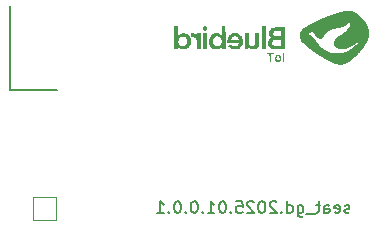
<source format=gbo>
G04 #@! TF.GenerationSoftware,KiCad,Pcbnew,7.0.11-7.0.11~ubuntu22.04.1*
G04 #@! TF.CreationDate,2024-12-11T14:00:36+07:00*
G04 #@! TF.ProjectId,seat_golden,73656174-5f67-46f6-9c64-656e2e6b6963,rev?*
G04 #@! TF.SameCoordinates,Original*
G04 #@! TF.FileFunction,Legend,Bot*
G04 #@! TF.FilePolarity,Positive*
%FSLAX46Y46*%
G04 Gerber Fmt 4.6, Leading zero omitted, Abs format (unit mm)*
G04 Created by KiCad (PCBNEW 7.0.11-7.0.11~ubuntu22.04.1) date 2024-12-11 14:00:36*
%MOMM*%
%LPD*%
G01*
G04 APERTURE LIST*
%ADD10C,0.150000*%
%ADD11C,0.120000*%
%ADD12C,3.000000*%
%ADD13C,2.999999*%
%ADD14C,1.520000*%
%ADD15R,1.520000X1.520000*%
%ADD16R,1.500000X1.500000*%
G04 APERTURE END LIST*
D10*
X13864214Y-18614214D02*
X13864214Y-11514214D01*
X17864214Y-18614214D02*
X13864214Y-18614214D01*
X42610839Y-29022200D02*
X42515601Y-29069819D01*
X42515601Y-29069819D02*
X42325125Y-29069819D01*
X42325125Y-29069819D02*
X42229887Y-29022200D01*
X42229887Y-29022200D02*
X42182268Y-28926961D01*
X42182268Y-28926961D02*
X42182268Y-28879342D01*
X42182268Y-28879342D02*
X42229887Y-28784104D01*
X42229887Y-28784104D02*
X42325125Y-28736485D01*
X42325125Y-28736485D02*
X42467982Y-28736485D01*
X42467982Y-28736485D02*
X42563220Y-28688866D01*
X42563220Y-28688866D02*
X42610839Y-28593628D01*
X42610839Y-28593628D02*
X42610839Y-28546009D01*
X42610839Y-28546009D02*
X42563220Y-28450771D01*
X42563220Y-28450771D02*
X42467982Y-28403152D01*
X42467982Y-28403152D02*
X42325125Y-28403152D01*
X42325125Y-28403152D02*
X42229887Y-28450771D01*
X41372744Y-29022200D02*
X41467982Y-29069819D01*
X41467982Y-29069819D02*
X41658458Y-29069819D01*
X41658458Y-29069819D02*
X41753696Y-29022200D01*
X41753696Y-29022200D02*
X41801315Y-28926961D01*
X41801315Y-28926961D02*
X41801315Y-28546009D01*
X41801315Y-28546009D02*
X41753696Y-28450771D01*
X41753696Y-28450771D02*
X41658458Y-28403152D01*
X41658458Y-28403152D02*
X41467982Y-28403152D01*
X41467982Y-28403152D02*
X41372744Y-28450771D01*
X41372744Y-28450771D02*
X41325125Y-28546009D01*
X41325125Y-28546009D02*
X41325125Y-28641247D01*
X41325125Y-28641247D02*
X41801315Y-28736485D01*
X40467982Y-29069819D02*
X40467982Y-28546009D01*
X40467982Y-28546009D02*
X40515601Y-28450771D01*
X40515601Y-28450771D02*
X40610839Y-28403152D01*
X40610839Y-28403152D02*
X40801315Y-28403152D01*
X40801315Y-28403152D02*
X40896553Y-28450771D01*
X40467982Y-29022200D02*
X40563220Y-29069819D01*
X40563220Y-29069819D02*
X40801315Y-29069819D01*
X40801315Y-29069819D02*
X40896553Y-29022200D01*
X40896553Y-29022200D02*
X40944172Y-28926961D01*
X40944172Y-28926961D02*
X40944172Y-28831723D01*
X40944172Y-28831723D02*
X40896553Y-28736485D01*
X40896553Y-28736485D02*
X40801315Y-28688866D01*
X40801315Y-28688866D02*
X40563220Y-28688866D01*
X40563220Y-28688866D02*
X40467982Y-28641247D01*
X40134648Y-28403152D02*
X39753696Y-28403152D01*
X39991791Y-28069819D02*
X39991791Y-28926961D01*
X39991791Y-28926961D02*
X39944172Y-29022200D01*
X39944172Y-29022200D02*
X39848934Y-29069819D01*
X39848934Y-29069819D02*
X39753696Y-29069819D01*
X39658458Y-29165057D02*
X38896553Y-29165057D01*
X38229886Y-28403152D02*
X38229886Y-29212676D01*
X38229886Y-29212676D02*
X38277505Y-29307914D01*
X38277505Y-29307914D02*
X38325124Y-29355533D01*
X38325124Y-29355533D02*
X38420362Y-29403152D01*
X38420362Y-29403152D02*
X38563219Y-29403152D01*
X38563219Y-29403152D02*
X38658457Y-29355533D01*
X38229886Y-29022200D02*
X38325124Y-29069819D01*
X38325124Y-29069819D02*
X38515600Y-29069819D01*
X38515600Y-29069819D02*
X38610838Y-29022200D01*
X38610838Y-29022200D02*
X38658457Y-28974580D01*
X38658457Y-28974580D02*
X38706076Y-28879342D01*
X38706076Y-28879342D02*
X38706076Y-28593628D01*
X38706076Y-28593628D02*
X38658457Y-28498390D01*
X38658457Y-28498390D02*
X38610838Y-28450771D01*
X38610838Y-28450771D02*
X38515600Y-28403152D01*
X38515600Y-28403152D02*
X38325124Y-28403152D01*
X38325124Y-28403152D02*
X38229886Y-28450771D01*
X37325124Y-29069819D02*
X37325124Y-28069819D01*
X37325124Y-29022200D02*
X37420362Y-29069819D01*
X37420362Y-29069819D02*
X37610838Y-29069819D01*
X37610838Y-29069819D02*
X37706076Y-29022200D01*
X37706076Y-29022200D02*
X37753695Y-28974580D01*
X37753695Y-28974580D02*
X37801314Y-28879342D01*
X37801314Y-28879342D02*
X37801314Y-28593628D01*
X37801314Y-28593628D02*
X37753695Y-28498390D01*
X37753695Y-28498390D02*
X37706076Y-28450771D01*
X37706076Y-28450771D02*
X37610838Y-28403152D01*
X37610838Y-28403152D02*
X37420362Y-28403152D01*
X37420362Y-28403152D02*
X37325124Y-28450771D01*
X36848933Y-28974580D02*
X36801314Y-29022200D01*
X36801314Y-29022200D02*
X36848933Y-29069819D01*
X36848933Y-29069819D02*
X36896552Y-29022200D01*
X36896552Y-29022200D02*
X36848933Y-28974580D01*
X36848933Y-28974580D02*
X36848933Y-29069819D01*
X36420362Y-28165057D02*
X36372743Y-28117438D01*
X36372743Y-28117438D02*
X36277505Y-28069819D01*
X36277505Y-28069819D02*
X36039410Y-28069819D01*
X36039410Y-28069819D02*
X35944172Y-28117438D01*
X35944172Y-28117438D02*
X35896553Y-28165057D01*
X35896553Y-28165057D02*
X35848934Y-28260295D01*
X35848934Y-28260295D02*
X35848934Y-28355533D01*
X35848934Y-28355533D02*
X35896553Y-28498390D01*
X35896553Y-28498390D02*
X36467981Y-29069819D01*
X36467981Y-29069819D02*
X35848934Y-29069819D01*
X35229886Y-28069819D02*
X35134648Y-28069819D01*
X35134648Y-28069819D02*
X35039410Y-28117438D01*
X35039410Y-28117438D02*
X34991791Y-28165057D01*
X34991791Y-28165057D02*
X34944172Y-28260295D01*
X34944172Y-28260295D02*
X34896553Y-28450771D01*
X34896553Y-28450771D02*
X34896553Y-28688866D01*
X34896553Y-28688866D02*
X34944172Y-28879342D01*
X34944172Y-28879342D02*
X34991791Y-28974580D01*
X34991791Y-28974580D02*
X35039410Y-29022200D01*
X35039410Y-29022200D02*
X35134648Y-29069819D01*
X35134648Y-29069819D02*
X35229886Y-29069819D01*
X35229886Y-29069819D02*
X35325124Y-29022200D01*
X35325124Y-29022200D02*
X35372743Y-28974580D01*
X35372743Y-28974580D02*
X35420362Y-28879342D01*
X35420362Y-28879342D02*
X35467981Y-28688866D01*
X35467981Y-28688866D02*
X35467981Y-28450771D01*
X35467981Y-28450771D02*
X35420362Y-28260295D01*
X35420362Y-28260295D02*
X35372743Y-28165057D01*
X35372743Y-28165057D02*
X35325124Y-28117438D01*
X35325124Y-28117438D02*
X35229886Y-28069819D01*
X34515600Y-28165057D02*
X34467981Y-28117438D01*
X34467981Y-28117438D02*
X34372743Y-28069819D01*
X34372743Y-28069819D02*
X34134648Y-28069819D01*
X34134648Y-28069819D02*
X34039410Y-28117438D01*
X34039410Y-28117438D02*
X33991791Y-28165057D01*
X33991791Y-28165057D02*
X33944172Y-28260295D01*
X33944172Y-28260295D02*
X33944172Y-28355533D01*
X33944172Y-28355533D02*
X33991791Y-28498390D01*
X33991791Y-28498390D02*
X34563219Y-29069819D01*
X34563219Y-29069819D02*
X33944172Y-29069819D01*
X33039410Y-28069819D02*
X33515600Y-28069819D01*
X33515600Y-28069819D02*
X33563219Y-28546009D01*
X33563219Y-28546009D02*
X33515600Y-28498390D01*
X33515600Y-28498390D02*
X33420362Y-28450771D01*
X33420362Y-28450771D02*
X33182267Y-28450771D01*
X33182267Y-28450771D02*
X33087029Y-28498390D01*
X33087029Y-28498390D02*
X33039410Y-28546009D01*
X33039410Y-28546009D02*
X32991791Y-28641247D01*
X32991791Y-28641247D02*
X32991791Y-28879342D01*
X32991791Y-28879342D02*
X33039410Y-28974580D01*
X33039410Y-28974580D02*
X33087029Y-29022200D01*
X33087029Y-29022200D02*
X33182267Y-29069819D01*
X33182267Y-29069819D02*
X33420362Y-29069819D01*
X33420362Y-29069819D02*
X33515600Y-29022200D01*
X33515600Y-29022200D02*
X33563219Y-28974580D01*
X32563219Y-28974580D02*
X32515600Y-29022200D01*
X32515600Y-29022200D02*
X32563219Y-29069819D01*
X32563219Y-29069819D02*
X32610838Y-29022200D01*
X32610838Y-29022200D02*
X32563219Y-28974580D01*
X32563219Y-28974580D02*
X32563219Y-29069819D01*
X31896553Y-28069819D02*
X31801315Y-28069819D01*
X31801315Y-28069819D02*
X31706077Y-28117438D01*
X31706077Y-28117438D02*
X31658458Y-28165057D01*
X31658458Y-28165057D02*
X31610839Y-28260295D01*
X31610839Y-28260295D02*
X31563220Y-28450771D01*
X31563220Y-28450771D02*
X31563220Y-28688866D01*
X31563220Y-28688866D02*
X31610839Y-28879342D01*
X31610839Y-28879342D02*
X31658458Y-28974580D01*
X31658458Y-28974580D02*
X31706077Y-29022200D01*
X31706077Y-29022200D02*
X31801315Y-29069819D01*
X31801315Y-29069819D02*
X31896553Y-29069819D01*
X31896553Y-29069819D02*
X31991791Y-29022200D01*
X31991791Y-29022200D02*
X32039410Y-28974580D01*
X32039410Y-28974580D02*
X32087029Y-28879342D01*
X32087029Y-28879342D02*
X32134648Y-28688866D01*
X32134648Y-28688866D02*
X32134648Y-28450771D01*
X32134648Y-28450771D02*
X32087029Y-28260295D01*
X32087029Y-28260295D02*
X32039410Y-28165057D01*
X32039410Y-28165057D02*
X31991791Y-28117438D01*
X31991791Y-28117438D02*
X31896553Y-28069819D01*
X30610839Y-29069819D02*
X31182267Y-29069819D01*
X30896553Y-29069819D02*
X30896553Y-28069819D01*
X30896553Y-28069819D02*
X30991791Y-28212676D01*
X30991791Y-28212676D02*
X31087029Y-28307914D01*
X31087029Y-28307914D02*
X31182267Y-28355533D01*
X30182267Y-28974580D02*
X30134648Y-29022200D01*
X30134648Y-29022200D02*
X30182267Y-29069819D01*
X30182267Y-29069819D02*
X30229886Y-29022200D01*
X30229886Y-29022200D02*
X30182267Y-28974580D01*
X30182267Y-28974580D02*
X30182267Y-29069819D01*
X29515601Y-28069819D02*
X29420363Y-28069819D01*
X29420363Y-28069819D02*
X29325125Y-28117438D01*
X29325125Y-28117438D02*
X29277506Y-28165057D01*
X29277506Y-28165057D02*
X29229887Y-28260295D01*
X29229887Y-28260295D02*
X29182268Y-28450771D01*
X29182268Y-28450771D02*
X29182268Y-28688866D01*
X29182268Y-28688866D02*
X29229887Y-28879342D01*
X29229887Y-28879342D02*
X29277506Y-28974580D01*
X29277506Y-28974580D02*
X29325125Y-29022200D01*
X29325125Y-29022200D02*
X29420363Y-29069819D01*
X29420363Y-29069819D02*
X29515601Y-29069819D01*
X29515601Y-29069819D02*
X29610839Y-29022200D01*
X29610839Y-29022200D02*
X29658458Y-28974580D01*
X29658458Y-28974580D02*
X29706077Y-28879342D01*
X29706077Y-28879342D02*
X29753696Y-28688866D01*
X29753696Y-28688866D02*
X29753696Y-28450771D01*
X29753696Y-28450771D02*
X29706077Y-28260295D01*
X29706077Y-28260295D02*
X29658458Y-28165057D01*
X29658458Y-28165057D02*
X29610839Y-28117438D01*
X29610839Y-28117438D02*
X29515601Y-28069819D01*
X28753696Y-28974580D02*
X28706077Y-29022200D01*
X28706077Y-29022200D02*
X28753696Y-29069819D01*
X28753696Y-29069819D02*
X28801315Y-29022200D01*
X28801315Y-29022200D02*
X28753696Y-28974580D01*
X28753696Y-28974580D02*
X28753696Y-29069819D01*
X28087030Y-28069819D02*
X27991792Y-28069819D01*
X27991792Y-28069819D02*
X27896554Y-28117438D01*
X27896554Y-28117438D02*
X27848935Y-28165057D01*
X27848935Y-28165057D02*
X27801316Y-28260295D01*
X27801316Y-28260295D02*
X27753697Y-28450771D01*
X27753697Y-28450771D02*
X27753697Y-28688866D01*
X27753697Y-28688866D02*
X27801316Y-28879342D01*
X27801316Y-28879342D02*
X27848935Y-28974580D01*
X27848935Y-28974580D02*
X27896554Y-29022200D01*
X27896554Y-29022200D02*
X27991792Y-29069819D01*
X27991792Y-29069819D02*
X28087030Y-29069819D01*
X28087030Y-29069819D02*
X28182268Y-29022200D01*
X28182268Y-29022200D02*
X28229887Y-28974580D01*
X28229887Y-28974580D02*
X28277506Y-28879342D01*
X28277506Y-28879342D02*
X28325125Y-28688866D01*
X28325125Y-28688866D02*
X28325125Y-28450771D01*
X28325125Y-28450771D02*
X28277506Y-28260295D01*
X28277506Y-28260295D02*
X28229887Y-28165057D01*
X28229887Y-28165057D02*
X28182268Y-28117438D01*
X28182268Y-28117438D02*
X28087030Y-28069819D01*
X27325125Y-28974580D02*
X27277506Y-29022200D01*
X27277506Y-29022200D02*
X27325125Y-29069819D01*
X27325125Y-29069819D02*
X27372744Y-29022200D01*
X27372744Y-29022200D02*
X27325125Y-28974580D01*
X27325125Y-28974580D02*
X27325125Y-29069819D01*
X26325126Y-29069819D02*
X26896554Y-29069819D01*
X26610840Y-29069819D02*
X26610840Y-28069819D01*
X26610840Y-28069819D02*
X26706078Y-28212676D01*
X26706078Y-28212676D02*
X26801316Y-28307914D01*
X26801316Y-28307914D02*
X26896554Y-28355533D01*
G36*
X37101279Y-15871088D02*
G01*
X37101279Y-16247834D01*
X37028361Y-16247834D01*
X36955442Y-16247834D01*
X36955442Y-15871088D01*
X36955442Y-15494341D01*
X37028361Y-15494341D01*
X37101279Y-15494341D01*
X37101279Y-15871088D01*
G37*
G36*
X30562906Y-14518041D02*
G01*
X30562906Y-15178360D01*
X30396814Y-15178360D01*
X30230721Y-15178360D01*
X30230721Y-14518041D01*
X30230721Y-13857722D01*
X30396814Y-13857722D01*
X30562906Y-13857722D01*
X30562906Y-14518041D01*
G37*
G36*
X36226255Y-15559158D02*
G01*
X36226255Y-15623974D01*
X36112826Y-15623974D01*
X35999397Y-15623974D01*
X35999397Y-15935904D01*
X35999397Y-16247834D01*
X35922524Y-16247834D01*
X35845651Y-16247834D01*
X35843529Y-15937930D01*
X35841407Y-15628025D01*
X35730003Y-15625771D01*
X35618600Y-15623517D01*
X35618600Y-15558929D01*
X35618600Y-15494341D01*
X35922428Y-15494341D01*
X36226255Y-15494341D01*
X36226255Y-15559158D01*
G37*
G36*
X30391868Y-13233871D02*
G01*
X30425147Y-13238535D01*
X30463300Y-13250037D01*
X30499310Y-13265815D01*
X30526157Y-13283307D01*
X30556628Y-13319719D01*
X30577866Y-13366161D01*
X30588136Y-13417730D01*
X30586635Y-13470329D01*
X30572561Y-13519862D01*
X30564176Y-13535575D01*
X30536670Y-13570126D01*
X30501557Y-13599960D01*
X30464571Y-13619771D01*
X30454468Y-13622923D01*
X30412984Y-13629279D01*
X30367119Y-13628647D01*
X30324835Y-13620961D01*
X30316194Y-13617885D01*
X30283021Y-13598503D01*
X30250761Y-13569913D01*
X30224223Y-13536922D01*
X30208216Y-13504342D01*
X30204706Y-13491038D01*
X30198665Y-13435987D01*
X30205161Y-13382039D01*
X30223388Y-13333045D01*
X30252537Y-13292859D01*
X30269344Y-13278493D01*
X30307885Y-13255696D01*
X30350676Y-13239821D01*
X30390699Y-13233863D01*
X30391868Y-13233871D01*
G37*
G36*
X35402361Y-13250255D02*
G01*
X35452084Y-13251231D01*
X35487487Y-13253101D01*
X35509675Y-13255931D01*
X35519755Y-13259789D01*
X35520846Y-13262630D01*
X35522286Y-13273082D01*
X35523572Y-13291642D01*
X35524710Y-13318986D01*
X35525708Y-13355789D01*
X35526571Y-13402724D01*
X35527308Y-13460467D01*
X35527924Y-13529691D01*
X35528427Y-13611072D01*
X35528823Y-13705285D01*
X35529120Y-13813003D01*
X35529323Y-13934901D01*
X35529440Y-14071654D01*
X35529477Y-14223936D01*
X35529477Y-15178360D01*
X35359334Y-15178360D01*
X35189190Y-15178360D01*
X35189190Y-14223936D01*
X35189208Y-14116742D01*
X35189300Y-13975291D01*
X35189476Y-13848902D01*
X35189743Y-13736901D01*
X35190107Y-13638612D01*
X35190577Y-13553362D01*
X35191157Y-13480475D01*
X35191856Y-13419278D01*
X35192680Y-13369095D01*
X35193636Y-13329252D01*
X35194730Y-13299075D01*
X35195970Y-13277888D01*
X35197362Y-13265018D01*
X35198913Y-13259789D01*
X35204587Y-13257025D01*
X35222866Y-13253881D01*
X35254012Y-13251717D01*
X35299133Y-13250468D01*
X35359334Y-13250067D01*
X35402361Y-13250255D01*
G37*
G36*
X29250846Y-13826928D02*
G01*
X29294848Y-13832923D01*
X29344679Y-13842383D01*
X29395074Y-13854282D01*
X29440769Y-13867598D01*
X29451194Y-13871186D01*
X29519217Y-13901540D01*
X29585505Y-13942023D01*
X29643118Y-13988489D01*
X29656815Y-14000652D01*
X29673022Y-14011038D01*
X29681479Y-14009190D01*
X29682608Y-14006217D01*
X29685202Y-13989054D01*
X29687032Y-13961733D01*
X29687758Y-13928615D01*
X29687882Y-13857722D01*
X29849924Y-13857722D01*
X30011965Y-13857722D01*
X30011965Y-14518041D01*
X30011965Y-15178360D01*
X29845873Y-15178360D01*
X29679780Y-15178360D01*
X29679733Y-14827946D01*
X29679678Y-14787780D01*
X29679312Y-14713570D01*
X29678637Y-14643814D01*
X29677691Y-14580468D01*
X29676512Y-14525493D01*
X29675139Y-14480846D01*
X29673610Y-14448486D01*
X29671963Y-14430371D01*
X29654731Y-14366597D01*
X29622946Y-14305958D01*
X29578047Y-14253584D01*
X29520753Y-14210015D01*
X29451783Y-14175791D01*
X29371856Y-14151450D01*
X29281692Y-14137534D01*
X29219840Y-14131986D01*
X29215087Y-14102207D01*
X29213357Y-14090241D01*
X29210951Y-14069316D01*
X29208370Y-14041323D01*
X29205427Y-14003983D01*
X29201932Y-13955020D01*
X29197697Y-13892156D01*
X29193277Y-13825314D01*
X29223361Y-13825314D01*
X29250846Y-13826928D01*
G37*
G36*
X34072671Y-14284940D02*
G01*
X34075155Y-14712491D01*
X34096542Y-14758066D01*
X34102101Y-14769392D01*
X34137846Y-14823976D01*
X34183405Y-14866620D01*
X34239925Y-14898198D01*
X34308556Y-14919587D01*
X34326482Y-14922651D01*
X34382399Y-14923344D01*
X34442107Y-14912852D01*
X34500514Y-14891910D01*
X34523948Y-14879011D01*
X34567447Y-14844184D01*
X34604626Y-14800424D01*
X34630998Y-14752523D01*
X34650375Y-14704389D01*
X34652815Y-14281056D01*
X34655256Y-13857722D01*
X34821377Y-13857722D01*
X34987499Y-13857722D01*
X34984484Y-14317515D01*
X34984106Y-14374254D01*
X34983379Y-14470511D01*
X34982538Y-14552739D01*
X34981460Y-14622362D01*
X34980019Y-14680806D01*
X34978091Y-14729494D01*
X34975551Y-14769852D01*
X34972275Y-14803304D01*
X34968138Y-14831276D01*
X34963016Y-14855193D01*
X34956785Y-14876478D01*
X34949319Y-14896558D01*
X34940494Y-14916857D01*
X34930186Y-14938800D01*
X34907055Y-14981808D01*
X34856692Y-15050047D01*
X34794689Y-15107139D01*
X34786056Y-15113594D01*
X34740497Y-15143515D01*
X34693053Y-15166736D01*
X34638954Y-15185284D01*
X34573432Y-15201185D01*
X34531427Y-15207543D01*
X34454169Y-15208600D01*
X34374466Y-15197869D01*
X34295770Y-15176396D01*
X34221533Y-15145225D01*
X34155208Y-15105400D01*
X34100247Y-15057968D01*
X34094077Y-15051819D01*
X34079091Y-15040026D01*
X34069864Y-15037340D01*
X34068686Y-15039086D01*
X34065782Y-15053402D01*
X34063760Y-15078435D01*
X34063002Y-15110142D01*
X34063002Y-15178703D01*
X33902986Y-15176506D01*
X33742970Y-15174309D01*
X33742970Y-14518041D01*
X33742970Y-13861773D01*
X33906579Y-13859582D01*
X34070187Y-13857390D01*
X34072671Y-14284940D01*
G37*
G36*
X36843440Y-16000372D02*
G01*
X36833683Y-16063122D01*
X36813664Y-16118185D01*
X36789768Y-16159335D01*
X36754881Y-16200600D01*
X36712616Y-16230775D01*
X36659716Y-16252705D01*
X36637376Y-16257859D01*
X36595370Y-16262246D01*
X36548639Y-16262750D01*
X36503754Y-16259390D01*
X36467288Y-16252184D01*
X36418612Y-16231744D01*
X36369571Y-16196047D01*
X36330836Y-16149254D01*
X36303262Y-16092752D01*
X36287701Y-16027925D01*
X36285476Y-15968676D01*
X36431243Y-15968676D01*
X36435748Y-16018982D01*
X36448505Y-16064249D01*
X36468594Y-16101074D01*
X36495098Y-16126056D01*
X36526392Y-16138477D01*
X36567946Y-16142477D01*
X36572143Y-16142463D01*
X36600617Y-16140567D01*
X36620894Y-16133979D01*
X36639992Y-16120562D01*
X36647521Y-16113806D01*
X36674765Y-16077949D01*
X36690691Y-16032712D01*
X36695953Y-15976415D01*
X36694479Y-15934815D01*
X36687141Y-15890690D01*
X36672788Y-15856439D01*
X36650466Y-15828970D01*
X36624770Y-15809792D01*
X36586602Y-15795792D01*
X36547753Y-15795463D01*
X36510796Y-15807814D01*
X36478306Y-15831856D01*
X36452857Y-15866598D01*
X36437023Y-15911050D01*
X36435908Y-15916730D01*
X36431243Y-15968676D01*
X36285476Y-15968676D01*
X36285006Y-15956159D01*
X36285060Y-15955158D01*
X36295383Y-15880861D01*
X36317275Y-15817466D01*
X36350440Y-15765327D01*
X36394584Y-15724801D01*
X36449410Y-15696242D01*
X36514624Y-15680005D01*
X36555819Y-15676941D01*
X36610178Y-15679741D01*
X36661467Y-15689233D01*
X36703530Y-15704614D01*
X36703663Y-15704682D01*
X36735718Y-15726786D01*
X36768647Y-15758847D01*
X36797741Y-15795640D01*
X36818291Y-15831941D01*
X36831848Y-15871481D01*
X36842855Y-15934852D01*
X36843226Y-15976415D01*
X36843440Y-16000372D01*
G37*
G36*
X32118570Y-15178360D02*
G01*
X31961560Y-15178360D01*
X31804549Y-15178360D01*
X31799485Y-15153041D01*
X31796987Y-15132894D01*
X31795131Y-15102583D01*
X31794421Y-15069320D01*
X31794415Y-15066661D01*
X31793543Y-15037601D01*
X31791480Y-15015562D01*
X31788638Y-15005134D01*
X31787299Y-15004799D01*
X31776836Y-15010688D01*
X31759417Y-15025490D01*
X31738000Y-15046773D01*
X31710635Y-15074084D01*
X31648728Y-15123996D01*
X31583718Y-15160127D01*
X31566096Y-15167617D01*
X31546635Y-15174830D01*
X31523500Y-15182035D01*
X31492660Y-15190476D01*
X31450083Y-15201399D01*
X31440315Y-15203222D01*
X31411780Y-15205867D01*
X31375392Y-15207077D01*
X31336654Y-15206602D01*
X31282494Y-15203267D01*
X31200364Y-15191419D01*
X31126121Y-15170608D01*
X31055494Y-15139501D01*
X30984214Y-15096770D01*
X30976360Y-15091376D01*
X30912475Y-15037922D01*
X30853991Y-14972321D01*
X30803275Y-14897990D01*
X30762695Y-14818343D01*
X30734621Y-14736797D01*
X30731431Y-14724234D01*
X30720369Y-14674241D01*
X30713405Y-14627407D01*
X30709783Y-14577314D01*
X30708876Y-14525201D01*
X31057133Y-14525201D01*
X31059469Y-14585460D01*
X31070162Y-14653904D01*
X31090598Y-14713750D01*
X31121956Y-14768214D01*
X31165416Y-14820512D01*
X31181036Y-14836024D01*
X31212752Y-14861672D01*
X31248613Y-14882049D01*
X31292627Y-14899228D01*
X31348807Y-14915281D01*
X31367277Y-14919561D01*
X31407337Y-14925039D01*
X31447525Y-14924072D01*
X31492596Y-14916330D01*
X31547308Y-14901482D01*
X31567035Y-14894298D01*
X31611831Y-14871038D01*
X31654955Y-14840622D01*
X31689534Y-14807585D01*
X31697150Y-14798301D01*
X31735063Y-14739318D01*
X31764180Y-14671507D01*
X31783283Y-14599250D01*
X31791152Y-14526928D01*
X31786568Y-14458921D01*
X31781357Y-14431263D01*
X31763917Y-14363174D01*
X31741077Y-14306370D01*
X31711273Y-14257473D01*
X31672946Y-14213102D01*
X31669401Y-14209599D01*
X31612663Y-14164929D01*
X31549326Y-14133504D01*
X31481719Y-14115288D01*
X31412166Y-14110243D01*
X31342993Y-14118335D01*
X31276527Y-14139526D01*
X31215095Y-14173781D01*
X31161021Y-14221063D01*
X31155855Y-14226737D01*
X31117365Y-14275798D01*
X31089354Y-14326936D01*
X31070716Y-14383391D01*
X31060344Y-14448399D01*
X31057133Y-14525201D01*
X30708876Y-14525201D01*
X30708743Y-14517539D01*
X30709192Y-14472237D01*
X30711227Y-14431348D01*
X30715647Y-14394510D01*
X30723247Y-14355323D01*
X30734820Y-14307387D01*
X30764558Y-14218267D01*
X30808426Y-14131790D01*
X30863987Y-14053457D01*
X30929815Y-13984749D01*
X31004481Y-13927147D01*
X31086556Y-13882134D01*
X31174613Y-13851191D01*
X31179131Y-13850030D01*
X31251555Y-13834078D01*
X31315802Y-13826219D01*
X31377413Y-13826454D01*
X31441931Y-13834783D01*
X31514900Y-13851206D01*
X31535852Y-13857330D01*
X31605483Y-13887191D01*
X31673407Y-13930329D01*
X31736202Y-13984679D01*
X31739727Y-13988190D01*
X31760994Y-14008311D01*
X31777797Y-14022497D01*
X31786761Y-14027866D01*
X31787827Y-14024876D01*
X31789502Y-14007600D01*
X31791072Y-13975931D01*
X31792509Y-13930992D01*
X31793785Y-13873905D01*
X31794872Y-13805794D01*
X31795743Y-13727782D01*
X31796368Y-13640992D01*
X31798472Y-13254118D01*
X31956463Y-13254118D01*
X32114453Y-13254118D01*
X32116512Y-14216239D01*
X32117177Y-14526928D01*
X32118570Y-15178360D01*
G37*
G36*
X29204177Y-14526505D02*
G01*
X29204044Y-14556870D01*
X29202723Y-14603612D01*
X29199594Y-14641861D01*
X29194168Y-14676610D01*
X29185958Y-14712853D01*
X29159383Y-14796202D01*
X29118222Y-14884325D01*
X29066560Y-14964431D01*
X29005813Y-15034657D01*
X28937395Y-15093141D01*
X28862721Y-15138023D01*
X28829707Y-15153654D01*
X28792003Y-15169758D01*
X28757218Y-15181623D01*
X28719019Y-15191329D01*
X28671072Y-15200956D01*
X28650821Y-15204259D01*
X28568114Y-15209192D01*
X28481643Y-15202261D01*
X28396427Y-15184111D01*
X28317488Y-15155389D01*
X28292002Y-15141838D01*
X28260177Y-15121223D01*
X28227666Y-15097177D01*
X28197355Y-15072103D01*
X28172131Y-15048403D01*
X28154880Y-15028480D01*
X28148488Y-15014736D01*
X28147184Y-15011788D01*
X28136490Y-15008217D01*
X28130307Y-15009747D01*
X28123670Y-15018252D01*
X28119082Y-15036214D01*
X28116048Y-15065879D01*
X28114069Y-15109493D01*
X28112029Y-15174309D01*
X27952013Y-15176506D01*
X27791997Y-15178703D01*
X27791997Y-14545479D01*
X28125358Y-14545479D01*
X28136581Y-14623164D01*
X28149276Y-14668366D01*
X28181160Y-14740993D01*
X28224465Y-14802235D01*
X28278947Y-14851842D01*
X28344362Y-14889562D01*
X28420465Y-14915144D01*
X28445684Y-14920545D01*
X28485428Y-14925126D01*
X28524993Y-14923250D01*
X28571895Y-14914904D01*
X28603006Y-14906698D01*
X28673446Y-14876635D01*
X28736055Y-14833040D01*
X28788746Y-14777238D01*
X28798677Y-14761935D01*
X28811761Y-14737602D01*
X28824205Y-14711214D01*
X28833507Y-14688125D01*
X28837165Y-14673689D01*
X28838405Y-14667372D01*
X28847292Y-14652941D01*
X28848834Y-14650798D01*
X28852749Y-14636952D01*
X28855414Y-14611148D01*
X28856936Y-14571980D01*
X28857420Y-14518041D01*
X28857371Y-14498997D01*
X28856565Y-14449962D01*
X28854687Y-14415246D01*
X28851631Y-14393441D01*
X28847292Y-14383142D01*
X28842434Y-14377014D01*
X28837165Y-14362722D01*
X28832173Y-14341076D01*
X28818529Y-14311362D01*
X28798644Y-14277848D01*
X28774930Y-14244595D01*
X28749799Y-14215662D01*
X28740138Y-14206195D01*
X28680861Y-14160644D01*
X28615430Y-14129478D01*
X28545371Y-14112920D01*
X28472206Y-14111194D01*
X28397461Y-14124522D01*
X28322659Y-14153128D01*
X28297374Y-14167144D01*
X28244476Y-14208974D01*
X28200132Y-14262168D01*
X28165195Y-14324571D01*
X28140518Y-14394027D01*
X28126954Y-14468381D01*
X28125358Y-14545479D01*
X27791997Y-14545479D01*
X27791997Y-14227201D01*
X27792011Y-14156294D01*
X27792098Y-14035688D01*
X27792260Y-13920077D01*
X27792494Y-13810480D01*
X27792792Y-13707916D01*
X27793151Y-13613405D01*
X27793566Y-13527965D01*
X27794029Y-13452615D01*
X27794538Y-13388374D01*
X27795086Y-13336261D01*
X27795668Y-13297296D01*
X27796280Y-13272497D01*
X27796915Y-13262883D01*
X27798553Y-13260136D01*
X27804524Y-13256391D01*
X27816297Y-13253686D01*
X27835952Y-13251862D01*
X27865568Y-13250758D01*
X27907227Y-13250213D01*
X27963007Y-13250067D01*
X28124182Y-13250067D01*
X28124182Y-13634437D01*
X28124325Y-13728942D01*
X28124819Y-13818106D01*
X28125665Y-13891191D01*
X28126866Y-13948261D01*
X28128423Y-13989379D01*
X28130337Y-14014610D01*
X28132609Y-14024016D01*
X28142973Y-14022142D01*
X28156066Y-14010315D01*
X28178646Y-13983925D01*
X28242325Y-13926448D01*
X28315038Y-13882175D01*
X28395602Y-13851888D01*
X28456983Y-13837524D01*
X28545793Y-13826775D01*
X28632443Y-13829504D01*
X28720333Y-13845911D01*
X28812858Y-13876191D01*
X28836084Y-13885808D01*
X28890699Y-13914249D01*
X28943122Y-13951067D01*
X28998002Y-13999354D01*
X29005632Y-14006687D01*
X29045400Y-14047351D01*
X29076354Y-14084746D01*
X29102367Y-14123989D01*
X29127312Y-14170198D01*
X29149387Y-14217762D01*
X29174699Y-14287391D01*
X29191640Y-14359146D01*
X29201152Y-14437396D01*
X29203890Y-14518041D01*
X29204177Y-14526505D01*
G37*
G36*
X37123595Y-14268903D02*
G01*
X37125013Y-14894788D01*
X37125655Y-15178360D01*
X36654615Y-15178360D01*
X36601410Y-15178330D01*
X36490158Y-15178029D01*
X36394274Y-15177410D01*
X36313895Y-15176475D01*
X36249163Y-15175225D01*
X36200214Y-15173664D01*
X36167189Y-15171794D01*
X36150226Y-15169617D01*
X36146942Y-15168756D01*
X36115091Y-15160442D01*
X36084469Y-15152489D01*
X36062258Y-15146172D01*
X35982836Y-15114055D01*
X35909262Y-15069548D01*
X35844589Y-15014747D01*
X35791873Y-14951748D01*
X35784839Y-14941331D01*
X35765339Y-14910359D01*
X35749625Y-14882453D01*
X35740580Y-14862625D01*
X35739862Y-14860501D01*
X35731431Y-14836586D01*
X35724285Y-14817818D01*
X35716909Y-14795538D01*
X35707881Y-14752676D01*
X35701931Y-14703294D01*
X35700204Y-14660451D01*
X36057945Y-14660451D01*
X36068939Y-14721140D01*
X36094022Y-14774616D01*
X36132533Y-14819955D01*
X36183811Y-14856234D01*
X36247195Y-14882531D01*
X36249022Y-14883068D01*
X36264859Y-14886584D01*
X36286096Y-14889355D01*
X36314531Y-14891458D01*
X36351966Y-14892968D01*
X36400202Y-14893961D01*
X36461038Y-14894513D01*
X36536275Y-14894700D01*
X36785529Y-14894788D01*
X36783388Y-14641598D01*
X36781247Y-14388408D01*
X36554901Y-14386252D01*
X36514252Y-14385922D01*
X36443332Y-14385797D01*
X36385488Y-14386564D01*
X36338635Y-14388425D01*
X36300689Y-14391585D01*
X36269566Y-14396246D01*
X36243182Y-14402614D01*
X36219452Y-14410890D01*
X36196292Y-14421279D01*
X36189808Y-14424536D01*
X36136602Y-14459935D01*
X36096961Y-14504185D01*
X36070927Y-14557221D01*
X36058545Y-14618980D01*
X36057945Y-14660451D01*
X35700204Y-14660451D01*
X35699909Y-14653133D01*
X35699964Y-14647558D01*
X35708704Y-14560553D01*
X35731931Y-14480504D01*
X35769182Y-14408135D01*
X35819994Y-14344172D01*
X35883907Y-14289340D01*
X35960457Y-14244364D01*
X35964690Y-14242310D01*
X35990113Y-14229215D01*
X36008156Y-14218622D01*
X36015146Y-14212662D01*
X36014983Y-14211990D01*
X36007245Y-14203292D01*
X35990206Y-14188248D01*
X35967012Y-14169670D01*
X35913879Y-14121048D01*
X35865271Y-14058044D01*
X35828692Y-13987979D01*
X35805523Y-13913553D01*
X35799406Y-13858003D01*
X36154876Y-13858003D01*
X36158113Y-13908827D01*
X36173292Y-13958219D01*
X36200473Y-14003971D01*
X36239713Y-14043874D01*
X36291072Y-14075722D01*
X36303264Y-14081339D01*
X36316002Y-14086386D01*
X36329731Y-14090243D01*
X36346623Y-14093102D01*
X36368851Y-14095158D01*
X36398590Y-14096604D01*
X36438013Y-14097635D01*
X36489292Y-14098443D01*
X36554601Y-14099223D01*
X36555964Y-14099238D01*
X36613902Y-14099677D01*
X36666445Y-14099670D01*
X36711430Y-14099251D01*
X36746698Y-14098453D01*
X36770086Y-14097308D01*
X36779433Y-14095847D01*
X36779524Y-14095731D01*
X36781057Y-14085535D01*
X36782436Y-14061405D01*
X36783605Y-14025491D01*
X36784509Y-13979941D01*
X36785092Y-13926902D01*
X36785298Y-13868525D01*
X36785298Y-13647068D01*
X36566846Y-13647068D01*
X36546563Y-13647073D01*
X36484802Y-13647206D01*
X36436394Y-13647629D01*
X36399117Y-13648489D01*
X36370751Y-13649931D01*
X36349076Y-13652101D01*
X36331870Y-13655144D01*
X36316912Y-13659207D01*
X36301982Y-13664433D01*
X36260181Y-13684550D01*
X36216234Y-13719021D01*
X36183995Y-13760892D01*
X36163523Y-13807955D01*
X36154876Y-13858003D01*
X35799406Y-13858003D01*
X35797144Y-13837467D01*
X35797143Y-13834590D01*
X35800325Y-13790312D01*
X35808444Y-13739283D01*
X35820054Y-13689027D01*
X35833710Y-13647068D01*
X35841665Y-13628458D01*
X35882845Y-13556576D01*
X35936587Y-13494858D01*
X36002931Y-13443271D01*
X36081919Y-13401782D01*
X36173592Y-13370356D01*
X36180085Y-13368899D01*
X36196058Y-13366638D01*
X36218848Y-13364741D01*
X36249629Y-13363180D01*
X36289574Y-13361931D01*
X36339856Y-13360967D01*
X36401648Y-13360262D01*
X36476123Y-13359791D01*
X36564456Y-13359527D01*
X36667818Y-13359445D01*
X37121535Y-13359445D01*
X37122186Y-13647068D01*
X37123595Y-14268903D01*
G37*
G36*
X33583090Y-14447149D02*
G01*
X33584980Y-14527954D01*
X33584631Y-14575235D01*
X33583115Y-14619111D01*
X33580034Y-14654739D01*
X33574996Y-14686395D01*
X33567612Y-14718356D01*
X33564409Y-14730402D01*
X33534499Y-14819244D01*
X33495390Y-14897523D01*
X33444914Y-14968936D01*
X33380907Y-15037182D01*
X33375016Y-15042699D01*
X33303401Y-15098813D01*
X33222034Y-15143609D01*
X33129887Y-15177559D01*
X33025936Y-15201138D01*
X33014368Y-15202919D01*
X32963187Y-15207872D01*
X32908392Y-15209432D01*
X32856461Y-15207564D01*
X32813875Y-15202235D01*
X32793012Y-15198106D01*
X32747071Y-15188857D01*
X32712080Y-15181225D01*
X32684443Y-15174097D01*
X32660569Y-15166357D01*
X32636863Y-15156891D01*
X32609733Y-15144584D01*
X32575583Y-15128321D01*
X32571566Y-15126365D01*
X32532329Y-15104782D01*
X32491760Y-15078943D01*
X32458034Y-15054017D01*
X32433848Y-15032870D01*
X32405918Y-15006036D01*
X32379722Y-14978707D01*
X32357843Y-14953710D01*
X32342865Y-14933873D01*
X32337373Y-14922021D01*
X32342010Y-14917835D01*
X32359037Y-14907273D01*
X32386350Y-14891967D01*
X32421593Y-14873227D01*
X32462413Y-14852366D01*
X32587341Y-14789690D01*
X32622316Y-14823344D01*
X32631397Y-14831899D01*
X32695158Y-14881870D01*
X32762238Y-14916582D01*
X32834561Y-14936828D01*
X32914054Y-14943400D01*
X32988621Y-14937672D01*
X33052907Y-14920027D01*
X33107376Y-14889903D01*
X33152797Y-14846736D01*
X33189935Y-14789963D01*
X33219558Y-14719022D01*
X33220811Y-14715211D01*
X33229175Y-14685844D01*
X33233877Y-14661944D01*
X33233929Y-14648373D01*
X33232137Y-14646030D01*
X33227245Y-14643673D01*
X33218192Y-14641692D01*
X33203772Y-14640055D01*
X33182781Y-14638731D01*
X33154016Y-14637687D01*
X33116272Y-14636892D01*
X33068345Y-14636313D01*
X33009030Y-14635919D01*
X32937124Y-14635677D01*
X32851422Y-14635555D01*
X32750720Y-14635521D01*
X32670502Y-14635472D01*
X32588737Y-14635316D01*
X32513293Y-14635061D01*
X32445583Y-14634719D01*
X32387017Y-14634300D01*
X32339009Y-14633814D01*
X32302969Y-14633272D01*
X32280310Y-14632682D01*
X32272444Y-14632057D01*
X32272391Y-14631296D01*
X32270932Y-14619242D01*
X32267879Y-14596191D01*
X32263778Y-14566287D01*
X32260851Y-14540663D01*
X32259403Y-14488433D01*
X32264182Y-14429991D01*
X32266542Y-14412714D01*
X32616782Y-14412714D01*
X32921189Y-14414836D01*
X32928788Y-14414887D01*
X32997023Y-14415190D01*
X33059930Y-14415196D01*
X33115695Y-14414925D01*
X33162506Y-14414396D01*
X33198551Y-14413629D01*
X33222017Y-14412644D01*
X33231093Y-14411460D01*
X33234962Y-14404903D01*
X33235848Y-14389386D01*
X33230949Y-14364281D01*
X33219917Y-14326955D01*
X33209611Y-14296624D01*
X33187025Y-14243085D01*
X33161444Y-14200915D01*
X33130663Y-14166839D01*
X33092476Y-14137579D01*
X33076811Y-14127688D01*
X33043388Y-14110292D01*
X33009840Y-14099584D01*
X32970873Y-14094177D01*
X32921193Y-14092682D01*
X32902701Y-14092778D01*
X32869836Y-14094092D01*
X32844748Y-14097848D01*
X32821603Y-14105177D01*
X32794570Y-14117207D01*
X32743955Y-14147264D01*
X32696273Y-14192030D01*
X32660129Y-14247924D01*
X32641287Y-14287803D01*
X32629035Y-14319509D01*
X32622121Y-14347331D01*
X32618942Y-14376255D01*
X32616782Y-14412714D01*
X32266542Y-14412714D01*
X32269697Y-14389620D01*
X32287656Y-14297742D01*
X32312357Y-14217555D01*
X32344914Y-14146439D01*
X32386440Y-14081775D01*
X32438048Y-14020944D01*
X32450765Y-14007897D01*
X32508039Y-13956942D01*
X32568805Y-13916713D01*
X32639062Y-13883094D01*
X32657863Y-13875349D01*
X32679573Y-13866389D01*
X32707159Y-13857462D01*
X32747347Y-13848018D01*
X32794302Y-13839283D01*
X32843201Y-13832055D01*
X32889224Y-13827132D01*
X32927550Y-13825314D01*
X32954944Y-13826130D01*
X33023649Y-13833547D01*
X33096752Y-13847753D01*
X33167723Y-13867598D01*
X33211312Y-13884483D01*
X33286612Y-13925313D01*
X33357884Y-13978134D01*
X33422148Y-14040273D01*
X33476426Y-14109055D01*
X33517737Y-14181805D01*
X33523611Y-14194842D01*
X33547965Y-14256013D01*
X33565431Y-14315544D01*
X33576857Y-14377801D01*
X33577898Y-14389386D01*
X33583090Y-14447149D01*
G37*
G36*
X44049127Y-14644657D02*
G01*
X44002346Y-14727264D01*
X43993517Y-14741855D01*
X43978232Y-14767656D01*
X43967675Y-14786232D01*
X43963735Y-14794300D01*
X43963167Y-14795852D01*
X43955871Y-14808362D01*
X43941372Y-14831095D01*
X43921203Y-14861788D01*
X43896898Y-14898179D01*
X43869990Y-14938006D01*
X43842013Y-14979006D01*
X43814500Y-15018917D01*
X43788986Y-15055477D01*
X43767002Y-15086423D01*
X43750084Y-15109493D01*
X43740447Y-15122170D01*
X43716736Y-15152872D01*
X43690319Y-15186580D01*
X43663303Y-15220659D01*
X43637794Y-15252475D01*
X43615898Y-15279392D01*
X43599723Y-15298777D01*
X43591375Y-15307993D01*
X43589182Y-15310228D01*
X43578566Y-15322404D01*
X43563629Y-15340402D01*
X43538403Y-15370491D01*
X43490279Y-15424891D01*
X43433412Y-15486413D01*
X43369930Y-15552921D01*
X43301962Y-15622277D01*
X43231637Y-15692345D01*
X43161082Y-15760989D01*
X43092427Y-15826071D01*
X43027799Y-15885454D01*
X42969328Y-15937003D01*
X42868584Y-16021941D01*
X42753413Y-16114825D01*
X42647638Y-16195152D01*
X42551403Y-16262815D01*
X42464852Y-16317704D01*
X42444375Y-16329582D01*
X42405358Y-16351135D01*
X42363507Y-16373189D01*
X42321656Y-16394353D01*
X42282642Y-16413236D01*
X42249299Y-16428446D01*
X42224462Y-16438592D01*
X42210969Y-16442284D01*
X42205093Y-16443076D01*
X42193432Y-16450386D01*
X42186776Y-16455245D01*
X42170269Y-16458488D01*
X42158157Y-16459786D01*
X42144415Y-16465286D01*
X42137596Y-16468815D01*
X42118087Y-16475261D01*
X42092157Y-16481743D01*
X42075829Y-16485283D01*
X42042617Y-16492486D01*
X42015187Y-16498438D01*
X42008291Y-16499671D01*
X41979080Y-16502600D01*
X41938780Y-16504637D01*
X41891165Y-16505784D01*
X41840005Y-16506045D01*
X41789075Y-16505419D01*
X41742147Y-16503911D01*
X41702994Y-16501521D01*
X41675387Y-16498252D01*
X41630471Y-16489521D01*
X41567570Y-16474922D01*
X41500410Y-16456404D01*
X41423735Y-16432596D01*
X41413182Y-16429179D01*
X41379864Y-16418263D01*
X41355249Y-16409741D01*
X41333976Y-16401586D01*
X41310684Y-16391773D01*
X41280012Y-16378275D01*
X41265577Y-16372014D01*
X41246568Y-16364283D01*
X41237313Y-16361263D01*
X41237032Y-16361209D01*
X41227104Y-16357048D01*
X41205180Y-16347010D01*
X41173555Y-16332172D01*
X41134522Y-16313608D01*
X41090377Y-16292395D01*
X41084431Y-16289525D01*
X41041005Y-16268623D01*
X41003153Y-16250500D01*
X40973127Y-16236230D01*
X40953179Y-16226882D01*
X40945562Y-16223528D01*
X40944935Y-16223346D01*
X40933995Y-16218185D01*
X40911398Y-16206754D01*
X40879301Y-16190191D01*
X40839856Y-16169635D01*
X40795218Y-16146222D01*
X40747543Y-16121091D01*
X40698983Y-16095379D01*
X40651694Y-16070224D01*
X40607829Y-16046763D01*
X40569544Y-16026134D01*
X40538993Y-16009474D01*
X40518329Y-15997922D01*
X40514660Y-15995815D01*
X40486294Y-15979546D01*
X40459589Y-15964261D01*
X40458262Y-15963503D01*
X40430372Y-15947566D01*
X40402874Y-15931853D01*
X40399553Y-15929956D01*
X40371751Y-15914138D01*
X40344134Y-15898496D01*
X40339409Y-15895794D01*
X40313802Y-15880297D01*
X40292246Y-15866088D01*
X40291244Y-15865381D01*
X40275101Y-15855082D01*
X40265469Y-15850832D01*
X40265223Y-15850807D01*
X40255548Y-15845974D01*
X40236689Y-15834399D01*
X40212476Y-15818424D01*
X40210553Y-15817121D01*
X40186646Y-15801400D01*
X40168418Y-15790252D01*
X40159681Y-15786016D01*
X40152058Y-15781977D01*
X40132806Y-15769924D01*
X40103839Y-15751098D01*
X40067003Y-15726748D01*
X40024143Y-15698124D01*
X39977104Y-15666475D01*
X39927731Y-15633052D01*
X39877871Y-15599102D01*
X39829368Y-15565876D01*
X39784068Y-15534623D01*
X39743817Y-15506593D01*
X39710459Y-15483035D01*
X39685841Y-15465198D01*
X39680511Y-15461247D01*
X39642672Y-15433265D01*
X39597795Y-15400164D01*
X39551048Y-15365749D01*
X39507595Y-15333830D01*
X39488282Y-15319655D01*
X39454790Y-15295034D01*
X39426971Y-15274533D01*
X39407291Y-15259970D01*
X39398217Y-15253164D01*
X39395752Y-15251290D01*
X39381381Y-15240909D01*
X39361758Y-15227144D01*
X39354891Y-15222328D01*
X39338031Y-15209938D01*
X39329350Y-15202667D01*
X39327562Y-15200943D01*
X39315419Y-15191409D01*
X39296941Y-15178134D01*
X39286381Y-15170609D01*
X39257189Y-15148896D01*
X39219758Y-15120274D01*
X39176955Y-15086991D01*
X39131644Y-15051298D01*
X39086691Y-15015445D01*
X39044961Y-14981681D01*
X39009318Y-14952258D01*
X38929780Y-14883714D01*
X38814531Y-14776426D01*
X38711983Y-14670500D01*
X38622594Y-14566522D01*
X38546823Y-14465078D01*
X38485129Y-14366754D01*
X38437971Y-14272134D01*
X38405806Y-14181805D01*
X38400784Y-14162544D01*
X38385500Y-14068820D01*
X38384371Y-13974139D01*
X38391820Y-13920657D01*
X39096560Y-13920657D01*
X39109365Y-13925263D01*
X39136925Y-13926590D01*
X39148191Y-13926889D01*
X39175265Y-13930832D01*
X39204796Y-13940639D01*
X39242252Y-13957938D01*
X39254213Y-13964040D01*
X39280221Y-13978356D01*
X39298280Y-13989834D01*
X39305043Y-13996423D01*
X39305898Y-13999220D01*
X39315669Y-14003560D01*
X39327642Y-14007954D01*
X39343687Y-14019764D01*
X39357615Y-14030950D01*
X39367984Y-14035968D01*
X39374320Y-14040262D01*
X39390122Y-14054468D01*
X39413065Y-14076546D01*
X39441073Y-14104357D01*
X39472075Y-14135766D01*
X39503996Y-14168634D01*
X39534763Y-14200825D01*
X39562303Y-14230201D01*
X39584541Y-14254625D01*
X39599405Y-14271961D01*
X39604820Y-14280070D01*
X39607551Y-14286032D01*
X39619321Y-14300938D01*
X39637228Y-14319541D01*
X39650143Y-14332743D01*
X39664182Y-14349696D01*
X39669637Y-14360216D01*
X39670188Y-14362748D01*
X39678604Y-14375978D01*
X39693943Y-14392459D01*
X39698964Y-14397391D01*
X39712724Y-14414102D01*
X39718249Y-14426329D01*
X39721882Y-14435972D01*
X39734453Y-14449174D01*
X39744601Y-14459289D01*
X39750657Y-14473480D01*
X39754252Y-14483978D01*
X39766861Y-14497786D01*
X39777085Y-14507477D01*
X39783066Y-14519759D01*
X39783643Y-14522538D01*
X39792078Y-14536358D01*
X39807372Y-14553282D01*
X39812708Y-14558608D01*
X39826252Y-14574766D01*
X39831678Y-14585761D01*
X39832101Y-14588704D01*
X39839780Y-14595011D01*
X39843507Y-14596382D01*
X39847882Y-14607164D01*
X39848796Y-14612755D01*
X39855984Y-14619317D01*
X39857966Y-14619566D01*
X39864086Y-14627493D01*
X39864876Y-14630382D01*
X39873441Y-14643716D01*
X39888393Y-14661103D01*
X39894613Y-14667845D01*
X39907549Y-14683842D01*
X39912699Y-14693511D01*
X39913511Y-14696146D01*
X39922087Y-14708832D01*
X39937005Y-14725920D01*
X39943224Y-14732661D01*
X39956161Y-14748665D01*
X39961311Y-14758346D01*
X39962858Y-14761567D01*
X39973701Y-14775368D01*
X39993377Y-14797657D01*
X40020076Y-14826588D01*
X40051988Y-14860314D01*
X40087302Y-14896987D01*
X40124209Y-14934763D01*
X40160898Y-14971793D01*
X40195559Y-15006232D01*
X40226383Y-15036232D01*
X40251557Y-15059947D01*
X40269274Y-15075531D01*
X40277721Y-15081135D01*
X40283904Y-15083851D01*
X40299079Y-15095620D01*
X40317802Y-15113544D01*
X40331060Y-15126267D01*
X40349320Y-15140440D01*
X40361729Y-15145952D01*
X40367900Y-15146849D01*
X40374517Y-15153131D01*
X40374754Y-15154205D01*
X40383469Y-15162777D01*
X40400849Y-15172852D01*
X40401325Y-15173080D01*
X40424472Y-15186193D01*
X40443430Y-15200106D01*
X40450032Y-15205462D01*
X40471203Y-15219863D01*
X40496093Y-15234471D01*
X40509238Y-15241732D01*
X40527615Y-15252581D01*
X40536558Y-15258886D01*
X40540946Y-15262125D01*
X40556720Y-15271294D01*
X40579094Y-15283045D01*
X40593919Y-15291045D01*
X40610948Y-15302105D01*
X40617579Y-15309267D01*
X40620610Y-15313231D01*
X40633783Y-15316096D01*
X40643188Y-15317230D01*
X40650016Y-15322172D01*
X40654869Y-15327122D01*
X40671011Y-15336868D01*
X40694549Y-15348504D01*
X40714674Y-15358323D01*
X40732289Y-15368538D01*
X40739081Y-15374836D01*
X40739083Y-15374904D01*
X40746332Y-15379150D01*
X40763417Y-15380912D01*
X40763719Y-15380913D01*
X40780682Y-15383325D01*
X40787723Y-15389014D01*
X40790761Y-15393723D01*
X40803927Y-15397116D01*
X40813345Y-15398636D01*
X40820131Y-15405218D01*
X40820133Y-15405319D01*
X40827371Y-15410974D01*
X40844437Y-15413320D01*
X40844740Y-15413321D01*
X40861703Y-15415734D01*
X40868743Y-15421422D01*
X40871782Y-15426132D01*
X40884948Y-15429525D01*
X40894366Y-15431044D01*
X40901152Y-15437627D01*
X40901154Y-15437727D01*
X40908392Y-15443382D01*
X40925458Y-15445729D01*
X40925760Y-15445729D01*
X40942724Y-15448142D01*
X40949764Y-15453831D01*
X40949766Y-15453932D01*
X40957004Y-15459586D01*
X40974070Y-15461933D01*
X40974373Y-15461933D01*
X40991336Y-15464346D01*
X40998377Y-15470035D01*
X40998379Y-15470136D01*
X41005617Y-15475790D01*
X41022683Y-15478137D01*
X41022985Y-15478138D01*
X41039949Y-15480550D01*
X41046989Y-15486239D01*
X41047815Y-15488055D01*
X41059103Y-15492544D01*
X41079397Y-15494341D01*
X41086662Y-15494548D01*
X41104618Y-15497370D01*
X41111806Y-15502443D01*
X41113367Y-15504799D01*
X41126210Y-15508916D01*
X41147787Y-15510545D01*
X41157738Y-15510850D01*
X41178281Y-15513725D01*
X41188775Y-15518647D01*
X41191341Y-15520775D01*
X41206540Y-15525050D01*
X41229286Y-15526749D01*
X41238786Y-15527035D01*
X41259288Y-15529901D01*
X41269796Y-15534852D01*
X41270325Y-15535446D01*
X41282241Y-15539251D01*
X41305305Y-15541936D01*
X41335091Y-15542954D01*
X41337602Y-15542960D01*
X41367470Y-15544116D01*
X41387843Y-15546965D01*
X41395378Y-15551056D01*
X41395378Y-15551060D01*
X41403368Y-15553885D01*
X41426775Y-15556141D01*
X41464821Y-15557795D01*
X41516731Y-15558811D01*
X41581726Y-15559158D01*
X41581823Y-15559158D01*
X41646801Y-15558810D01*
X41698692Y-15557793D01*
X41736719Y-15556138D01*
X41760105Y-15553882D01*
X41768074Y-15551056D01*
X41768074Y-15551048D01*
X41775592Y-15546893D01*
X41795695Y-15544024D01*
X41824788Y-15542954D01*
X41824843Y-15542954D01*
X41853924Y-15541880D01*
X41874009Y-15539008D01*
X41881503Y-15534852D01*
X41886666Y-15531193D01*
X41904221Y-15527979D01*
X41930115Y-15526749D01*
X41952069Y-15525889D01*
X41971348Y-15522963D01*
X41978728Y-15518647D01*
X41979554Y-15516831D01*
X41990842Y-15512342D01*
X42011136Y-15510545D01*
X42018400Y-15510339D01*
X42036356Y-15507517D01*
X42043544Y-15502443D01*
X42043741Y-15501481D01*
X42052871Y-15496408D01*
X42071423Y-15494341D01*
X42073902Y-15494310D01*
X42093536Y-15491718D01*
X42104310Y-15486239D01*
X42111650Y-15481195D01*
X42128616Y-15478137D01*
X42141726Y-15476364D01*
X42152922Y-15470035D01*
X42153472Y-15469320D01*
X42165628Y-15464080D01*
X42185809Y-15461933D01*
X42189119Y-15461876D01*
X42206574Y-15459222D01*
X42213688Y-15453831D01*
X42216510Y-15449214D01*
X42229414Y-15445729D01*
X42238719Y-15444433D01*
X42250147Y-15437627D01*
X42257776Y-15432512D01*
X42274931Y-15429525D01*
X42287790Y-15427566D01*
X42294708Y-15421422D01*
X42297531Y-15416805D01*
X42310434Y-15413320D01*
X42319740Y-15412025D01*
X42331168Y-15405218D01*
X42338797Y-15400104D01*
X42355952Y-15397116D01*
X42368810Y-15395158D01*
X42375729Y-15389014D01*
X42378768Y-15384305D01*
X42391933Y-15380912D01*
X42401352Y-15379393D01*
X42408137Y-15372810D01*
X42411176Y-15368101D01*
X42424342Y-15364708D01*
X42433760Y-15363189D01*
X42440546Y-15356606D01*
X42443584Y-15351897D01*
X42456750Y-15348504D01*
X42466168Y-15346985D01*
X42472954Y-15340402D01*
X42475993Y-15335693D01*
X42489158Y-15332300D01*
X42498576Y-15330780D01*
X42505362Y-15324198D01*
X42508401Y-15319488D01*
X42521566Y-15316096D01*
X42530985Y-15314576D01*
X42537771Y-15307993D01*
X42540809Y-15303284D01*
X42553975Y-15299891D01*
X42563393Y-15298372D01*
X42570179Y-15291789D01*
X42572433Y-15287453D01*
X42584594Y-15283687D01*
X42596130Y-15280138D01*
X42610689Y-15267483D01*
X42619730Y-15257148D01*
X42629248Y-15251279D01*
X42634415Y-15249497D01*
X42650320Y-15240683D01*
X42671455Y-15226973D01*
X42685203Y-15217854D01*
X42703521Y-15206929D01*
X42713508Y-15202667D01*
X42714653Y-15202471D01*
X42726026Y-15195744D01*
X42742077Y-15182411D01*
X42744684Y-15180071D01*
X42762495Y-15167345D01*
X42776428Y-15162156D01*
X42782330Y-15161354D01*
X42788935Y-15155423D01*
X42788936Y-15155357D01*
X42795511Y-15147232D01*
X42811076Y-15137193D01*
X42813364Y-15135957D01*
X42835151Y-15121415D01*
X42856839Y-15103416D01*
X42861701Y-15098971D01*
X42877745Y-15086249D01*
X42887887Y-15081135D01*
X42888051Y-15081127D01*
X42897383Y-15075312D01*
X42914127Y-15060801D01*
X42934772Y-15040625D01*
X42935463Y-15039917D01*
X42956298Y-15019839D01*
X42973429Y-15005554D01*
X42983205Y-15000115D01*
X42990461Y-14995966D01*
X43007035Y-14982263D01*
X43029867Y-14961257D01*
X43056303Y-14935298D01*
X43079396Y-14912512D01*
X43102761Y-14890728D01*
X43120176Y-14875935D01*
X43129006Y-14870482D01*
X43136657Y-14866620D01*
X43153600Y-14852592D01*
X43177221Y-14830194D01*
X43205713Y-14801416D01*
X43237271Y-14768248D01*
X43270088Y-14732681D01*
X43302359Y-14696705D01*
X43332276Y-14662311D01*
X43358035Y-14631487D01*
X43377828Y-14606225D01*
X43389851Y-14588516D01*
X43392296Y-14580348D01*
X43389338Y-14578932D01*
X43382653Y-14584883D01*
X43379093Y-14589857D01*
X43365296Y-14595011D01*
X43354150Y-14598577D01*
X43339876Y-14611215D01*
X43329761Y-14621363D01*
X43315570Y-14627419D01*
X43305071Y-14631014D01*
X43291263Y-14643623D01*
X43281362Y-14653809D01*
X43268144Y-14659828D01*
X43258388Y-14662823D01*
X43243601Y-14674062D01*
X43229093Y-14686530D01*
X43208217Y-14699737D01*
X43207920Y-14699890D01*
X43192384Y-14709875D01*
X43185936Y-14717911D01*
X43185646Y-14719661D01*
X43177496Y-14724644D01*
X43166906Y-14729105D01*
X43151662Y-14740848D01*
X43136901Y-14751915D01*
X43123643Y-14757052D01*
X43119460Y-14757710D01*
X43113018Y-14765155D01*
X43110764Y-14769491D01*
X43098602Y-14773257D01*
X43087067Y-14776806D01*
X43072507Y-14789461D01*
X43062741Y-14799671D01*
X43050125Y-14805665D01*
X43038102Y-14810057D01*
X43022028Y-14821869D01*
X43007268Y-14832936D01*
X42994010Y-14838073D01*
X42989827Y-14838731D01*
X42983385Y-14846175D01*
X42981890Y-14850006D01*
X42970893Y-14854277D01*
X42957752Y-14858615D01*
X42941008Y-14870482D01*
X42926247Y-14881548D01*
X42912989Y-14886686D01*
X42908807Y-14887344D01*
X42902364Y-14894788D01*
X42900870Y-14898619D01*
X42889872Y-14902890D01*
X42876731Y-14907228D01*
X42859987Y-14919094D01*
X42845227Y-14930161D01*
X42831969Y-14935298D01*
X42827786Y-14935956D01*
X42821343Y-14943400D01*
X42818305Y-14948109D01*
X42805139Y-14951502D01*
X42795721Y-14953022D01*
X42788935Y-14959604D01*
X42785896Y-14964313D01*
X42772731Y-14967706D01*
X42763312Y-14969226D01*
X42756527Y-14975808D01*
X42753488Y-14980518D01*
X42740322Y-14983911D01*
X42730904Y-14985430D01*
X42724118Y-14992013D01*
X42721080Y-14996722D01*
X42707914Y-15000115D01*
X42698496Y-15001634D01*
X42691710Y-15008217D01*
X42688671Y-15012926D01*
X42675506Y-15016319D01*
X42666088Y-15017838D01*
X42659302Y-15024421D01*
X42656263Y-15029130D01*
X42643098Y-15032523D01*
X42633679Y-15034042D01*
X42626893Y-15040625D01*
X42625483Y-15044386D01*
X42614630Y-15048727D01*
X42606491Y-15049751D01*
X42588299Y-15056148D01*
X42581225Y-15059773D01*
X42540645Y-15077927D01*
X42492017Y-15096425D01*
X42439155Y-15114123D01*
X42385872Y-15129878D01*
X42335984Y-15142547D01*
X42293304Y-15150987D01*
X42261646Y-15154054D01*
X42254960Y-15154236D01*
X42237070Y-15157040D01*
X42229892Y-15162156D01*
X42229892Y-15162164D01*
X42222374Y-15166318D01*
X42202270Y-15169188D01*
X42173177Y-15170258D01*
X42173122Y-15170258D01*
X42144041Y-15171332D01*
X42123957Y-15174204D01*
X42116463Y-15178360D01*
X42116187Y-15179019D01*
X42105460Y-15182147D01*
X42080117Y-15184487D01*
X42041481Y-15185954D01*
X41990881Y-15186462D01*
X41980668Y-15186445D01*
X41932183Y-15185753D01*
X41895909Y-15184117D01*
X41873172Y-15181625D01*
X41865298Y-15178360D01*
X41865298Y-15178352D01*
X41857780Y-15174198D01*
X41837677Y-15171329D01*
X41808584Y-15170258D01*
X41808529Y-15170258D01*
X41779448Y-15169184D01*
X41759363Y-15166312D01*
X41751869Y-15162156D01*
X41750650Y-15160019D01*
X41738467Y-15155706D01*
X41717436Y-15153936D01*
X41711720Y-15153826D01*
X41682009Y-15150314D01*
X41648057Y-15141129D01*
X41606721Y-15125260D01*
X41554860Y-15101697D01*
X41524160Y-15085350D01*
X41484181Y-15057015D01*
X41443533Y-15018795D01*
X41432229Y-15006824D01*
X41408580Y-14980219D01*
X41389865Y-14957080D01*
X41379373Y-14941375D01*
X41379285Y-14941198D01*
X41369552Y-14925581D01*
X41361601Y-14919094D01*
X41357692Y-14916064D01*
X41354868Y-14902890D01*
X41353349Y-14893472D01*
X41346766Y-14886686D01*
X41342057Y-14883647D01*
X41338664Y-14870482D01*
X41337144Y-14861063D01*
X41330562Y-14854277D01*
X41325853Y-14851239D01*
X41322460Y-14838073D01*
X41320940Y-14828655D01*
X41314358Y-14821869D01*
X41311439Y-14819135D01*
X41307713Y-14804468D01*
X41306255Y-14781359D01*
X41305709Y-14766766D01*
X41302775Y-14748135D01*
X41298153Y-14740848D01*
X41294229Y-14734546D01*
X41291196Y-14715705D01*
X41290051Y-14688185D01*
X41291021Y-14662674D01*
X41293920Y-14642962D01*
X41298153Y-14635521D01*
X41301072Y-14632788D01*
X41304798Y-14618120D01*
X41306255Y-14595011D01*
X41306802Y-14580419D01*
X41309736Y-14561787D01*
X41314358Y-14554501D01*
X41319067Y-14551462D01*
X41322460Y-14538296D01*
X41323979Y-14528878D01*
X41330562Y-14522092D01*
X41336146Y-14515851D01*
X41338664Y-14499575D01*
X41341787Y-14483380D01*
X41354868Y-14465378D01*
X41364959Y-14454947D01*
X41371072Y-14439283D01*
X41372182Y-14431578D01*
X41378191Y-14424867D01*
X41378299Y-14424865D01*
X41386113Y-14417966D01*
X41394881Y-14401761D01*
X41404995Y-14384561D01*
X41422872Y-14360828D01*
X41444476Y-14336024D01*
X41446400Y-14333967D01*
X41465669Y-14312354D01*
X41479318Y-14295255D01*
X41484501Y-14286211D01*
X41484680Y-14284685D01*
X41492314Y-14279030D01*
X41496952Y-14276684D01*
X41511694Y-14265172D01*
X41533178Y-14246236D01*
X41558554Y-14222316D01*
X41575514Y-14206127D01*
X41598410Y-14185233D01*
X41615415Y-14170914D01*
X41623734Y-14165601D01*
X41626320Y-14164785D01*
X41638887Y-14156206D01*
X41655920Y-14141295D01*
X41662650Y-14135093D01*
X41678753Y-14122145D01*
X41688593Y-14116989D01*
X41698413Y-14112491D01*
X41713226Y-14100785D01*
X41727986Y-14089718D01*
X41741244Y-14084580D01*
X41745409Y-14084008D01*
X41751869Y-14077461D01*
X41751908Y-14077044D01*
X41759469Y-14069154D01*
X41776176Y-14060274D01*
X41777633Y-14059661D01*
X41793819Y-14051232D01*
X41800482Y-14044681D01*
X41804052Y-14040664D01*
X41818721Y-14031114D01*
X41840866Y-14019333D01*
X41857450Y-14010768D01*
X41874655Y-14000585D01*
X41881377Y-13994663D01*
X41882661Y-13992768D01*
X41894237Y-13985061D01*
X41913911Y-13975202D01*
X41922725Y-13970968D01*
X41939614Y-13960914D01*
X41946319Y-13953717D01*
X41947172Y-13951026D01*
X41956945Y-13946845D01*
X41968918Y-13942451D01*
X41984963Y-13930641D01*
X41999481Y-13919538D01*
X42011872Y-13914437D01*
X42020652Y-13911257D01*
X42034492Y-13899874D01*
X42037218Y-13897029D01*
X42054552Y-13881849D01*
X42075952Y-13865824D01*
X42081352Y-13862035D01*
X42102008Y-13846258D01*
X42116463Y-13833348D01*
X42128164Y-13822415D01*
X42147040Y-13807758D01*
X42155824Y-13801189D01*
X42180561Y-13779945D01*
X42212528Y-13750138D01*
X42249372Y-13714163D01*
X42288737Y-13674416D01*
X42328271Y-13633292D01*
X42365619Y-13593186D01*
X42398427Y-13556493D01*
X42424342Y-13525608D01*
X42426053Y-13523473D01*
X42445045Y-13500770D01*
X42462826Y-13480836D01*
X42463382Y-13480240D01*
X42475884Y-13463694D01*
X42481056Y-13450725D01*
X42484700Y-13441336D01*
X42497260Y-13428312D01*
X42507351Y-13417882D01*
X42513464Y-13402218D01*
X42514731Y-13394502D01*
X42521566Y-13387802D01*
X42526276Y-13384764D01*
X42529669Y-13371598D01*
X42531188Y-13362180D01*
X42537771Y-13355394D01*
X42537785Y-13355394D01*
X42541213Y-13363263D01*
X42543983Y-13385601D01*
X42545951Y-13420686D01*
X42546976Y-13466797D01*
X42547169Y-13482505D01*
X42547941Y-13518061D01*
X42549011Y-13544371D01*
X42550266Y-13559113D01*
X42551591Y-13559971D01*
X42555434Y-13548607D01*
X42562640Y-13541741D01*
X42562732Y-13541740D01*
X42567995Y-13534504D01*
X42570179Y-13517435D01*
X42570180Y-13517133D01*
X42572592Y-13500169D01*
X42578281Y-13493129D01*
X42582990Y-13490090D01*
X42586383Y-13476925D01*
X42587902Y-13467507D01*
X42594485Y-13460721D01*
X42599753Y-13455940D01*
X42602587Y-13440944D01*
X42604418Y-13427327D01*
X42610689Y-13416159D01*
X42616294Y-13406035D01*
X42618791Y-13387324D01*
X42620625Y-13370533D01*
X42625067Y-13363496D01*
X42629801Y-13357831D01*
X42635606Y-13338333D01*
X42641384Y-13307395D01*
X42646794Y-13267576D01*
X42651495Y-13221435D01*
X42655146Y-13171535D01*
X42657407Y-13120434D01*
X42657853Y-13091983D01*
X42656936Y-13039189D01*
X42654044Y-12987707D01*
X42649494Y-12940021D01*
X42643604Y-12898611D01*
X42636692Y-12865960D01*
X42629077Y-12844549D01*
X42621076Y-12836861D01*
X42615965Y-12838549D01*
X42610689Y-12849815D01*
X42609253Y-12860736D01*
X42598914Y-12889360D01*
X42580201Y-12925218D01*
X42555015Y-12965383D01*
X42525257Y-13006929D01*
X42492828Y-13046927D01*
X42459628Y-13082450D01*
X42445347Y-13096291D01*
X42423200Y-13117043D01*
X42406963Y-13131323D01*
X42399409Y-13136638D01*
X42398174Y-13136952D01*
X42387265Y-13143830D01*
X42370913Y-13156883D01*
X42367132Y-13160029D01*
X42349581Y-13172203D01*
X42337244Y-13177138D01*
X42333542Y-13177608D01*
X42327117Y-13183852D01*
X42323255Y-13188006D01*
X42307745Y-13197982D01*
X42283701Y-13211357D01*
X42254730Y-13226331D01*
X42224440Y-13241108D01*
X42196439Y-13253889D01*
X42174335Y-13262876D01*
X42161734Y-13266271D01*
X42155481Y-13267300D01*
X42148871Y-13274373D01*
X42148869Y-13274474D01*
X42141631Y-13280128D01*
X42124565Y-13282475D01*
X42124262Y-13282476D01*
X42107299Y-13284888D01*
X42100259Y-13290577D01*
X42100257Y-13290678D01*
X42093019Y-13296332D01*
X42075952Y-13298679D01*
X42075650Y-13298680D01*
X42058687Y-13301093D01*
X42051646Y-13306781D01*
X42051644Y-13306882D01*
X42044406Y-13312537D01*
X42027340Y-13314883D01*
X42027038Y-13314884D01*
X42010074Y-13317297D01*
X42003034Y-13322985D01*
X42003032Y-13323086D01*
X41995794Y-13328741D01*
X41978728Y-13331088D01*
X41978425Y-13331088D01*
X41961462Y-13333501D01*
X41954421Y-13339190D01*
X41954224Y-13340152D01*
X41945095Y-13345224D01*
X41926542Y-13347292D01*
X41924063Y-13347323D01*
X41904429Y-13349915D01*
X41893656Y-13355394D01*
X41886315Y-13360438D01*
X41869350Y-13363496D01*
X41856240Y-13365269D01*
X41845043Y-13371598D01*
X41844595Y-13372201D01*
X41832646Y-13377517D01*
X41812635Y-13379700D01*
X41810582Y-13379722D01*
X41791020Y-13382284D01*
X41780227Y-13387802D01*
X41777514Y-13390000D01*
X41762137Y-13394226D01*
X41739238Y-13395904D01*
X41728775Y-13396256D01*
X41710493Y-13399148D01*
X41703257Y-13404006D01*
X41698093Y-13407665D01*
X41680538Y-13410878D01*
X41654645Y-13412108D01*
X41632691Y-13412969D01*
X41613412Y-13415895D01*
X41606032Y-13420210D01*
X41600869Y-13423869D01*
X41583313Y-13427082D01*
X41557420Y-13428312D01*
X41535466Y-13429173D01*
X41516187Y-13432099D01*
X41508807Y-13436415D01*
X41503644Y-13440073D01*
X41486089Y-13443287D01*
X41460195Y-13444517D01*
X41438241Y-13445377D01*
X41418962Y-13448303D01*
X41411582Y-13452619D01*
X41410756Y-13454435D01*
X41399468Y-13458924D01*
X41379174Y-13460721D01*
X41371909Y-13460927D01*
X41353954Y-13463749D01*
X41346766Y-13468823D01*
X41346521Y-13469886D01*
X41337152Y-13474890D01*
X41318409Y-13476925D01*
X41314687Y-13476995D01*
X41297174Y-13479672D01*
X41290051Y-13485027D01*
X41290049Y-13485128D01*
X41282811Y-13490782D01*
X41265745Y-13493129D01*
X41265443Y-13493130D01*
X41248479Y-13495542D01*
X41241439Y-13501231D01*
X41241437Y-13501332D01*
X41234199Y-13506986D01*
X41217133Y-13509333D01*
X41216830Y-13509334D01*
X41199867Y-13511747D01*
X41192826Y-13517435D01*
X41190004Y-13522052D01*
X41177100Y-13525537D01*
X41167795Y-13526833D01*
X41156367Y-13533639D01*
X41148738Y-13538754D01*
X41131583Y-13541741D01*
X41118724Y-13543700D01*
X41111806Y-13549844D01*
X41108767Y-13554553D01*
X41095602Y-13557946D01*
X41086183Y-13559465D01*
X41079397Y-13566048D01*
X41076359Y-13570757D01*
X41063193Y-13574150D01*
X41053775Y-13575669D01*
X41046989Y-13582252D01*
X41046987Y-13582353D01*
X41039749Y-13588007D01*
X41022683Y-13590354D01*
X41022396Y-13590354D01*
X41005422Y-13592386D01*
X40998377Y-13597182D01*
X40995381Y-13601335D01*
X40981413Y-13611432D01*
X40959892Y-13623514D01*
X40945074Y-13631378D01*
X40926919Y-13642287D01*
X40918706Y-13649094D01*
X40914668Y-13652425D01*
X40900477Y-13655171D01*
X40891703Y-13656597D01*
X40884948Y-13663273D01*
X40882694Y-13667609D01*
X40870532Y-13671375D01*
X40858997Y-13674924D01*
X40844437Y-13687579D01*
X40834322Y-13697727D01*
X40820131Y-13703783D01*
X40809633Y-13707377D01*
X40795825Y-13719987D01*
X40786190Y-13730220D01*
X40774155Y-13736191D01*
X40772668Y-13736391D01*
X40758735Y-13744107D01*
X40736553Y-13761502D01*
X40708213Y-13786483D01*
X40675804Y-13816955D01*
X40641416Y-13850827D01*
X40607137Y-13886004D01*
X40575057Y-13920394D01*
X40547267Y-13951903D01*
X40525854Y-13978439D01*
X40512909Y-13997907D01*
X40512897Y-13997929D01*
X40502805Y-14013351D01*
X40494679Y-14019764D01*
X40491082Y-14022008D01*
X40487946Y-14034179D01*
X40484397Y-14045715D01*
X40471742Y-14060274D01*
X40461594Y-14070389D01*
X40455538Y-14084580D01*
X40451943Y-14095079D01*
X40439334Y-14108887D01*
X40429186Y-14119002D01*
X40423129Y-14133193D01*
X40419535Y-14143691D01*
X40406925Y-14157499D01*
X40396709Y-14167227D01*
X40390721Y-14179674D01*
X40388515Y-14185135D01*
X40376832Y-14200767D01*
X40357756Y-14222169D01*
X40334306Y-14246361D01*
X40309502Y-14270363D01*
X40286364Y-14291197D01*
X40267913Y-14305881D01*
X40257168Y-14311438D01*
X40251455Y-14312374D01*
X40244884Y-14319541D01*
X40242601Y-14321648D01*
X40227080Y-14324839D01*
X40198752Y-14326907D01*
X40159812Y-14327643D01*
X40137688Y-14327425D01*
X40104181Y-14325947D01*
X40082466Y-14323249D01*
X40074740Y-14319541D01*
X40074738Y-14319440D01*
X40067500Y-14313785D01*
X40050434Y-14311438D01*
X40050132Y-14311438D01*
X40033168Y-14309025D01*
X40026128Y-14303336D01*
X40023089Y-14298627D01*
X40009924Y-14295234D01*
X40000505Y-14293715D01*
X39993720Y-14287132D01*
X39991466Y-14282796D01*
X39979304Y-14279030D01*
X39967769Y-14275481D01*
X39953209Y-14262826D01*
X39943358Y-14252631D01*
X39930365Y-14246622D01*
X39927568Y-14246097D01*
X39913404Y-14237701D01*
X39896495Y-14222316D01*
X39891450Y-14217138D01*
X39875559Y-14203485D01*
X39864737Y-14198009D01*
X39864121Y-14197936D01*
X39853319Y-14191258D01*
X39835353Y-14176016D01*
X39813441Y-14155427D01*
X39790798Y-14132707D01*
X39770642Y-14111073D01*
X39756190Y-14093742D01*
X39750657Y-14083930D01*
X39750099Y-14081480D01*
X39741676Y-14068527D01*
X39726351Y-14052172D01*
X39721187Y-14047137D01*
X39707525Y-14031173D01*
X39702045Y-14020225D01*
X39697608Y-14009127D01*
X39685841Y-13993591D01*
X39674774Y-13978831D01*
X39669637Y-13965573D01*
X39668979Y-13961390D01*
X39661535Y-13954947D01*
X39656825Y-13951909D01*
X39653432Y-13938743D01*
X39651913Y-13929325D01*
X39645330Y-13922539D01*
X39640621Y-13919500D01*
X39637228Y-13906335D01*
X39635709Y-13896917D01*
X39629126Y-13890131D01*
X39624417Y-13887092D01*
X39621024Y-13873926D01*
X39619792Y-13864521D01*
X39614434Y-13857722D01*
X39613120Y-13857289D01*
X39605441Y-13847605D01*
X39596649Y-13829190D01*
X39595616Y-13826647D01*
X39583694Y-13803946D01*
X39570831Y-13787424D01*
X39561625Y-13777425D01*
X39556208Y-13766765D01*
X39563237Y-13752107D01*
X39581216Y-13740728D01*
X39604820Y-13736191D01*
X39607249Y-13736135D01*
X39628978Y-13731262D01*
X39646337Y-13720898D01*
X39653432Y-13708413D01*
X39652611Y-13707378D01*
X39641327Y-13704811D01*
X39621024Y-13703783D01*
X39613760Y-13703990D01*
X39595804Y-13706811D01*
X39588616Y-13711885D01*
X39583452Y-13715544D01*
X39565897Y-13718757D01*
X39540003Y-13719987D01*
X39518050Y-13720848D01*
X39498771Y-13723774D01*
X39491391Y-13728089D01*
X39489830Y-13730445D01*
X39476987Y-13734562D01*
X39455410Y-13736191D01*
X39445458Y-13736496D01*
X39424916Y-13739371D01*
X39414421Y-13744293D01*
X39405073Y-13749766D01*
X39386831Y-13752395D01*
X39359738Y-13756997D01*
X39325364Y-13773165D01*
X39295453Y-13797906D01*
X39272774Y-13822066D01*
X39254856Y-13838860D01*
X39241851Y-13847302D01*
X39230978Y-13849620D01*
X39226633Y-13849967D01*
X39204885Y-13855475D01*
X39176252Y-13865879D01*
X39146302Y-13878827D01*
X39120601Y-13891968D01*
X39104718Y-13902951D01*
X39097229Y-13911831D01*
X39096560Y-13920657D01*
X38391820Y-13920657D01*
X38397246Y-13881703D01*
X38423974Y-13794713D01*
X38447578Y-13744906D01*
X38494686Y-13670727D01*
X38556594Y-13594438D01*
X38632651Y-13516637D01*
X38722209Y-13437927D01*
X38824616Y-13358906D01*
X38939223Y-13280175D01*
X39065381Y-13202334D01*
X39113619Y-13174414D01*
X39163422Y-13146466D01*
X39215225Y-13118407D01*
X39272200Y-13088551D01*
X39337516Y-13055211D01*
X39414344Y-13016701D01*
X39444927Y-13001564D01*
X39487147Y-12980851D01*
X39535812Y-12957118D01*
X39589011Y-12931283D01*
X39644835Y-12904265D01*
X39701371Y-12876984D01*
X39756710Y-12850358D01*
X39808941Y-12825307D01*
X39856154Y-12802750D01*
X39896438Y-12783606D01*
X39927882Y-12768793D01*
X39948576Y-12759232D01*
X39956610Y-12755840D01*
X39963475Y-12753103D01*
X39982265Y-12744747D01*
X40009909Y-12732121D01*
X40043379Y-12716592D01*
X40084751Y-12697300D01*
X40131041Y-12675848D01*
X40165115Y-12660268D01*
X40188382Y-12649924D01*
X40202252Y-12644184D01*
X40208133Y-12642411D01*
X40208406Y-12642379D01*
X40218392Y-12638671D01*
X40238645Y-12630007D01*
X40265139Y-12618105D01*
X40267880Y-12616852D01*
X40293943Y-12605190D01*
X40313374Y-12596933D01*
X40322145Y-12593799D01*
X40326322Y-12592592D01*
X40342025Y-12586426D01*
X40364478Y-12576787D01*
X40377831Y-12570910D01*
X40402269Y-12560339D01*
X40419078Y-12553307D01*
X40420726Y-12552645D01*
X40440256Y-12544538D01*
X40463640Y-12534550D01*
X40464467Y-12534193D01*
X40486355Y-12525143D01*
X40522219Y-12510784D01*
X40570957Y-12491553D01*
X40631468Y-12467883D01*
X40702651Y-12440209D01*
X40718787Y-12433817D01*
X40741136Y-12424739D01*
X40748335Y-12421776D01*
X40779496Y-12409171D01*
X40803861Y-12399866D01*
X40828233Y-12391247D01*
X40830176Y-12390578D01*
X40854011Y-12382089D01*
X40872795Y-12374979D01*
X40899840Y-12364367D01*
X40953700Y-12344402D01*
X41006479Y-12326108D01*
X41027470Y-12318987D01*
X41062245Y-12306917D01*
X41102861Y-12292620D01*
X41144214Y-12277885D01*
X41176834Y-12266392D01*
X41238607Y-12245352D01*
X41310334Y-12221585D01*
X41388590Y-12196180D01*
X41469952Y-12170225D01*
X41550993Y-12144811D01*
X41628289Y-12121026D01*
X41698415Y-12099960D01*
X41757946Y-12082701D01*
X41782541Y-12075702D01*
X41810610Y-12067621D01*
X41811906Y-12067245D01*
X41839033Y-12059450D01*
X41867324Y-12051417D01*
X41867910Y-12051252D01*
X41898090Y-12042725D01*
X41928090Y-12034217D01*
X41929220Y-12033896D01*
X41958588Y-12025919D01*
X41986830Y-12018739D01*
X42005074Y-12014289D01*
X42035500Y-12006781D01*
X42067850Y-11998728D01*
X42094368Y-11992104D01*
X42125693Y-11984297D01*
X42148871Y-11978541D01*
X42169362Y-11974028D01*
X42200551Y-11967955D01*
X42233943Y-11962042D01*
X42263762Y-11957036D01*
X42302418Y-11950509D01*
X42334545Y-11945044D01*
X42346077Y-11943449D01*
X42379899Y-11940728D01*
X42423465Y-11938888D01*
X42473069Y-11937920D01*
X42525009Y-11937817D01*
X42575580Y-11938568D01*
X42621079Y-11940165D01*
X42657802Y-11942600D01*
X42682046Y-11945864D01*
X42691899Y-11948017D01*
X42726950Y-11955607D01*
X42760578Y-11962813D01*
X42767365Y-11964325D01*
X42803092Y-11973603D01*
X42844241Y-11985785D01*
X42883740Y-11998694D01*
X42914517Y-12010155D01*
X42928122Y-12015833D01*
X42976377Y-12036380D01*
X43015211Y-12053889D01*
X43049216Y-12070593D01*
X43082988Y-12088722D01*
X43121120Y-12110507D01*
X43199421Y-12158960D01*
X43322855Y-12246412D01*
X43446634Y-12347008D01*
X43569056Y-12459072D01*
X43688423Y-12580926D01*
X43803034Y-12710894D01*
X43911189Y-12847299D01*
X44011189Y-12988464D01*
X44028341Y-13014501D01*
X44045238Y-13040920D01*
X44056723Y-13059813D01*
X44060960Y-13068234D01*
X44061038Y-13068844D01*
X44066286Y-13079504D01*
X44077247Y-13096243D01*
X44092800Y-13120612D01*
X44115918Y-13163014D01*
X44141306Y-13214987D01*
X44167495Y-13273231D01*
X44193013Y-13334450D01*
X44216389Y-13395345D01*
X44236155Y-13452619D01*
X44251496Y-13503171D01*
X44270221Y-13578984D01*
X44282509Y-13653483D01*
X44289209Y-13732349D01*
X44291169Y-13821263D01*
X44291083Y-13839112D01*
X44288978Y-13912449D01*
X44283457Y-13978203D01*
X44273710Y-14041963D01*
X44258927Y-14109317D01*
X44238297Y-14185856D01*
X44218060Y-14250951D01*
X44182782Y-14349171D01*
X44141459Y-14450761D01*
X44096203Y-14550873D01*
X44081408Y-14580348D01*
X44049127Y-14644657D01*
G37*
D11*
X17750000Y-29650000D02*
X17750000Y-27750000D01*
X17750000Y-27750000D02*
X15850000Y-27750000D01*
X15850000Y-29650000D02*
X17750000Y-29650000D01*
X15850000Y-27750000D02*
X15850000Y-29650000D01*
%LPC*%
D12*
X5000000Y-25000000D03*
D13*
X57134214Y-20364562D03*
X57134214Y-9664583D03*
D14*
X49814216Y-7524567D03*
X49814216Y-10524566D03*
X49814216Y-13524565D03*
X49814216Y-16524564D03*
X49814216Y-19524563D03*
X49814216Y-22524562D03*
X52814215Y-22524562D03*
X52814215Y-19524563D03*
X52814215Y-16524564D03*
X52814215Y-13524565D03*
X52814215Y-10524566D03*
D15*
X52814215Y-7524567D03*
D12*
X5000000Y-5000000D03*
D13*
X2680001Y-15000000D03*
D15*
X7000000Y-16500000D03*
D14*
X7000000Y-13500001D03*
X9999999Y-16500000D03*
X9999999Y-13500001D03*
D16*
X16800000Y-28700000D03*
%LPD*%
M02*

</source>
